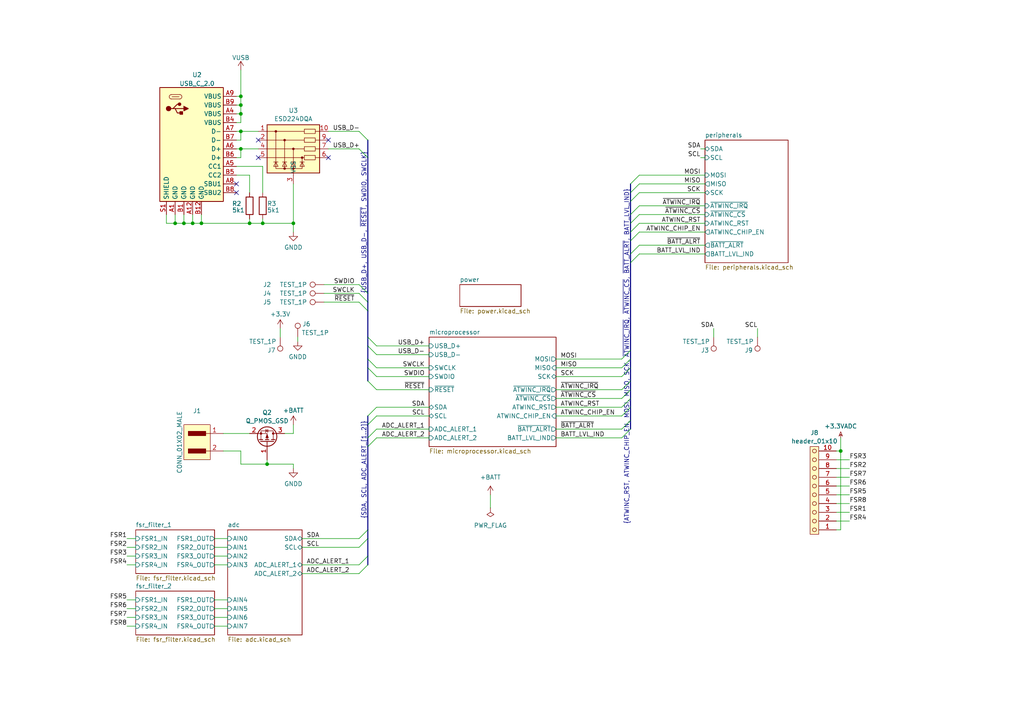
<source format=kicad_sch>
(kicad_sch (version 20231120) (generator "eeschema") (generator_version "8.0")
  (paper "A4")
  (lib_symbols
    (symbol "0.power-symbols:+3.3V" (power) (pin_names (offset 0))
      (property "Value" "+3.3V" (at 0 3.556 0))
      (symbol "+3.3V_0_1"
        (polyline (pts (xy -0.762 1.27) (xy 0 2.54)))
        (polyline (pts (xy 0 0) (xy 0 2.54)))
        (polyline (pts (xy 0 2.54) (xy 0.762 1.27)))
      )
      (symbol "+3.3V_1_1"
        (pin power_in line (at 0 0 90) (length 0) hide (name "+3V3") (number "1"))
      )
    )
    (symbol "0.power-symbols:+3.3VADC" (power) (pin_names (offset 0))
      (property "Value" "+3.3VADC" (at 0 2.54 0))
      (symbol "+3.3VADC_0_0"
        (pin power_in line (at 0 0 90) (length 0) hide (name "+3.3VADC") (number "1"))
      )
      (symbol "+3.3VADC_0_1"
        (polyline (pts (xy 0 0) (xy 0 1.016) (xy 0 1.016)))
        (polyline (pts (xy 0 1.016) (xy 0.508 0.508) (xy 0 1.778) (xy -0.508 0.508) (xy 0 1.016) (xy 0 1.016)))
      )
    )
    (symbol "0.power-symbols:+BATT" (power) (pin_names (offset 0))
      (property "Value" "+BATT" (at 0 3.556 0))
      (symbol "+BATT_0_1"
        (polyline (pts (xy -0.762 1.27) (xy 0 2.54)))
        (polyline (pts (xy 0 0) (xy 0 2.54)))
        (polyline (pts (xy 0 2.54) (xy 0.762 1.27)))
      )
      (symbol "+BATT_1_1"
        (pin power_in line (at 0 0 90) (length 0) hide (name "+BATT") (number "1"))
      )
    )
    (symbol "0.power-symbols:GNDD" (power) (pin_names (offset 0))
      (property "Value" "GNDD" (at 0 -3.81 0))
      (symbol "GNDD_0_1"
        (polyline (pts (xy 0 0) (xy 0 -1.27) (xy 1.27 -1.27) (xy 0 -2.54) (xy -1.27 -1.27) (xy 0 -1.27)))
      )
      (symbol "GNDD_1_1"
        (pin power_in line (at 0 0 270) (length 0) hide (name "GNDD") (number "1"))
      )
    )
    (symbol "0.power-symbols:PWR_FLAG" (power) (pin_numbers hide) (pin_names (offset 0) hide)
      (property "Value" "PWR_FLAG" (at 0 3.81 0))
      (symbol "PWR_FLAG_0_0"
        (pin power_out line (at 0 0 90) (length 0) (name "pwr") (number "1"))
      )
      (symbol "PWR_FLAG_0_1"
        (polyline (pts (xy 0 0) (xy 0 1.27) (xy -1.016 1.905) (xy 0 2.54) (xy 1.016 1.905) (xy 0 1.27)))
      )
    )
    (symbol "0.power-symbols:VUSB" (power) (pin_names (offset 0))
      (property "Value" "VUSB" (at 0 3.556 0))
      (symbol "VUSB_0_1"
        (polyline (pts (xy -0.762 1.27) (xy 0 2.54)))
        (polyline (pts (xy 0 0) (xy 0 2.54)))
        (polyline (pts (xy 0 2.54) (xy 0.762 1.27)))
      )
      (symbol "VUSB_1_1"
        (pin power_in line (at 0 0 90) (length 0) hide (name "VUSB") (number "1"))
      )
    )
    (symbol "1.semi.discrete:Q_PMOS_GSD" (pin_names (offset 0) hide)
      (property "Reference" "Q" (at 5.08 1.27 0))
      (property "Value" "Q_PMOS_GSD" (at 5.08 -1.27 0))
      (symbol "Q_PMOS_GSD_0_1"
        (polyline (pts (xy 0.0508 0) (xy 0.254 0)))
        (polyline (pts (xy 0.762 -1.778) (xy 2.54 -1.778)))
        (polyline (pts (xy 0.762 -1.27) (xy 0.762 -2.286)) (stroke (width 0.254)))
        (polyline (pts (xy 0.762 0) (xy 2.54 0)))
        (polyline (pts (xy 0.762 0.508) (xy 0.762 -0.508)) (stroke (width 0.254)))
        (polyline (pts (xy 0.762 1.778) (xy 2.54 1.778)))
        (polyline (pts (xy 0.762 2.286) (xy 0.762 1.27)) (stroke (width 0.254)))
        (polyline (pts (xy 2.54 -1.778) (xy 2.54 -2.54)))
        (polyline (pts (xy 2.54 -1.778) (xy 2.54 0)))
        (polyline (pts (xy 2.54 2.54) (xy 2.54 1.778)))
        (polyline (pts (xy 0.254 1.905) (xy 0.254 -1.905) (xy 0.254 -1.905)) (stroke (width 0.254)))
        (polyline (pts (xy 2.286 0) (xy 1.27 -0.381) (xy 1.27 0.381) (xy 2.286 0)) (fill (type outline)))
        (polyline (pts (xy 2.54 -1.778) (xy 3.302 -1.778) (xy 3.302 1.778) (xy 2.54 1.778)))
        (polyline (pts (xy 2.794 -0.508) (xy 2.921 -0.381) (xy 3.683 -0.381) (xy 3.81 -0.254)))
        (polyline (pts (xy 3.302 -0.381) (xy 2.921 0.254) (xy 3.683 0.254) (xy 3.302 -0.381)))
        (circle (center 1.651 0) (radius 2.8194) (stroke (width 0.254)))
        (circle (center 2.54 -1.778) (radius 0.2794) (fill (type outline)))
        (circle (center 2.54 1.778) (radius 0.2794) (fill (type outline)))
      )
      (symbol "Q_PMOS_GSD_1_1"
        (pin input line (at -5.08 0 0) (length 5.08) (name "G") (number "1"))
        (pin passive line (at 2.54 -5.08 90) (length 2.54) (name "S") (number "2"))
        (pin passive line (at 2.54 5.08 270) (length 2.54) (name "D") (number "3"))
      )
    )
    (symbol "2.passive:R" (pin_numbers hide) (pin_names (offset 0))
      (property "Reference" "R" (at 2.032 0 90))
      (property "Value" "R" (at 0 0 90))
      (symbol "R_0_1"
        (rectangle (start -1.016 -2.54) (end 1.016 2.54) (stroke (width 0.254)))
      )
      (symbol "R_1_1"
        (pin passive line (at 0 3.81 270) (length 1.27) (name "~") (number "1"))
        (pin passive line (at 0 -3.81 90) (length 1.27) (name "~") (number "2"))
      )
    )
    (symbol "4.power.circuitProtection:ESD224DQA"
      (property "Reference" "U" (at 0 2.54 0))
      (property "Value" "ESD224DQA" (at 0 0 0))
      (symbol "ESD224DQA_0_0"
        (polyline (pts (xy -2.54 -13.335) (xy -2.54 -5.08)))
        (polyline (pts (xy 0 -7.62) (xy 0 -14.605)))
      )
      (symbol "ESD224DQA_0_1"
        (rectangle (start -7.62 -0.635) (end 7.62 -14.605) (stroke (width 0.254)) (fill (type background)))
        (circle (center -5.08 -2.54) (radius 0.2794) (fill (type outline)))
        (circle (center -2.54 -13.335) (radius 0.2794) (fill (type outline)))
        (circle (center -2.54 -5.08) (radius 0.2794) (fill (type outline)))
        (circle (center 0 -13.335) (radius 0.2794) (fill (type outline)))
        (circle (center 0 -7.62) (radius 0.2794) (fill (type outline)))
        (polyline (pts (xy -7.62 -10.16) (xy 3.175 -10.16)))
        (polyline (pts (xy -7.62 -7.62) (xy 1.27 -7.62)))
        (polyline (pts (xy -7.62 -5.08) (xy -5.08 -5.08)))
        (polyline (pts (xy -7.62 -2.54) (xy -7.62 -2.54)))
        (polyline (pts (xy -4.445 -11.43) (xy -5.715 -11.43)))
        (polyline (pts (xy -1.905 -11.43) (xy -3.175 -11.43)))
        (polyline (pts (xy 0 -14.605) (xy 0 -15.24)))
        (polyline (pts (xy 0.635 -11.43) (xy -0.635 -11.43)))
        (polyline (pts (xy 3.175 -11.43) (xy 1.905 -11.43)))
        (polyline (pts (xy 3.175 -7.62) (xy 1.27 -7.62)) (stroke (width 0.1524)))
        (polyline (pts (xy 3.175 -2.54) (xy -7.62 -2.54)) (stroke (width 0.1524)))
        (polyline (pts (xy 7.62 -10.16) (xy 6.35 -10.16)) (stroke (width 0.1524)))
        (polyline (pts (xy 7.62 -7.62) (xy 6.35 -7.62)) (stroke (width 0.1524)))
        (polyline (pts (xy 7.62 -5.08) (xy 6.35 -5.08)) (stroke (width 0.1524)))
        (polyline (pts (xy 7.62 -2.54) (xy 6.35 -2.54)) (stroke (width 0.1524)))
        (polyline (pts (xy -5.08 -2.54) (xy -5.08 -13.335) (xy 2.54 -13.335) (xy 2.54 -10.16)) (stroke (width 0.1524)))
        (polyline (pts (xy -4.445 -12.7) (xy -5.715 -12.7) (xy -5.08 -11.43) (xy -4.445 -12.7)))
        (polyline (pts (xy -1.905 -12.7) (xy -3.175 -12.7) (xy -2.54 -11.43) (xy -1.905 -12.7)))
        (polyline (pts (xy 0.635 -12.7) (xy -0.635 -12.7) (xy 0 -11.43) (xy 0.635 -12.7)))
        (polyline (pts (xy 3.175 -12.7) (xy 1.905 -12.7) (xy 2.54 -11.43) (xy 3.175 -12.7)))
        (polyline (pts (xy 3.175 -5.08) (xy 0 -5.08) (xy 0 -5.08) (xy -3.81 -5.08) (xy -3.81 -5.08) (xy -5.08 -5.08)) (stroke (width 0.1524)))
        (circle (center 2.54 -10.16) (radius 0.2794) (fill (type outline)))
        (rectangle (start 3.175 -9.525) (end 6.35 -10.795) (stroke (width 0.1524)))
        (rectangle (start 3.175 -6.985) (end 6.35 -8.255) (stroke (width 0.1524)))
        (rectangle (start 3.175 -4.445) (end 6.35 -5.715) (stroke (width 0.1524)))
        (rectangle (start 3.175 -1.905) (end 6.35 -3.175) (stroke (width 0.1524)))
      )
      (symbol "ESD224DQA_1_1"
        (pin passive line (at -10.16 -2.54 0) (length 2.54) (name "~") (number "1"))
        (pin passive line (at 10.16 -2.54 180) (length 2.54) (name "~") (number "10"))
        (pin passive line (at -10.16 -5.08 0) (length 2.54) (name "~") (number "2"))
        (pin power_in line (at 0 -17.78 90) (length 2.54) (name "VSS") (number "3"))
        (pin passive line (at -10.16 -7.62 0) (length 2.54) (name "~") (number "4"))
        (pin passive line (at -10.16 -10.16 0) (length 2.54) (name "~") (number "5"))
        (pin passive line (at 10.16 -10.16 180) (length 2.54) (name "~") (number "6"))
        (pin passive line (at 10.16 -7.62 180) (length 2.54) (name "~") (number "7"))
        (pin passive line (at 0 -17.78 90) (length 2.54) hide (name "VSS") (number "8"))
        (pin passive line (at 10.16 -5.08 180) (length 2.54) (name "~") (number "9"))
      )
    )
    (symbol "5.connector.interconnect.usb_dvi_hdmi:USB_C_2.0"
      (property "Reference" "U" (at 0 5.08 0))
      (property "Value" "USB_C_2.0" (at 0 2.54 0))
      (symbol "USB_C_2.0_0_1"
        (rectangle (start -10.795 0) (end 7.62 -33.02) (stroke (width 0.254)) (fill (type background)))
        (circle (center -8.255 -6.096) (radius 0.635) (stroke (width 0.254)) (fill (type outline)))
        (arc (start -7.493 -2.032) (mid -8.0701 -2.667) (end -7.493 -3.302))
        (circle (center -5.08 -4.826) (radius 0.381) (stroke (width 0.254)) (fill (type outline)))
        (arc (start -4.953 -3.302) (mid -4.3956 -2.667) (end -4.953 -2.032))
        (rectangle (start -4.191 -6.985) (end -4.953 -7.747) (stroke (width 0.254)) (fill (type outline)))
        (polyline (pts (xy -7.493 -3.302) (xy -4.953 -3.302)))
        (polyline (pts (xy -7.493 -2.032) (xy -4.953 -2.032)))
        (polyline (pts (xy -6.35 -6.096) (xy -3.81 -6.096)) (stroke (width 0.254)))
        (polyline (pts (xy -5.207 -2.667) (xy -7.239 -2.667)))
        (polyline (pts (xy -7.62 -6.096) (xy -6.985 -6.096) (xy -5.715 -4.826) (xy -5.08 -4.826)) (stroke (width 0.254)))
        (polyline (pts (xy -6.985 -6.096) (xy -6.35 -6.096) (xy -5.715 -7.366) (xy -4.445 -7.366)) (stroke (width 0.254)))
        (polyline (pts (xy -3.81 -5.461) (xy -3.81 -6.731) (xy -2.54 -6.096) (xy -3.81 -5.461)) (stroke (width 0.254)) (fill (type outline)))
      )
      (symbol "USB_C_2.0_1_1"
        (pin power_out line (at -6.35 -36.83 90) (length 3.81) (name "GND") (number "A1"))
        (pin passive line (at -1.27 -36.83 90) (length 3.81) (name "GND") (number "A12"))
        (pin passive line (at 11.43 -7.62 180) (length 3.81) (name "VBUS") (number "A4"))
        (pin passive line (at 11.43 -22.86 180) (length 3.81) (name "CC1") (number "A5"))
        (pin passive line (at 11.43 -17.78 180) (length 3.81) (name "D+") (number "A6"))
        (pin passive line (at 11.43 -12.7 180) (length 3.81) (name "D-") (number "A7"))
        (pin passive line (at 11.43 -27.94 180) (length 3.81) (name "SBU1") (number "A8"))
        (pin power_out line (at 11.43 -2.54 180) (length 3.81) (name "VBUS") (number "A9"))
        (pin passive line (at -3.81 -36.83 90) (length 3.81) (name "GND") (number "B1"))
        (pin passive line (at 1.27 -36.83 90) (length 3.81) (name "GND") (number "B12"))
        (pin passive line (at 11.43 -10.16 180) (length 3.81) (name "VBUS") (number "B4"))
        (pin passive line (at 11.43 -25.4 180) (length 3.81) (name "CC2") (number "B5"))
        (pin passive line (at 11.43 -20.32 180) (length 3.81) (name "D+") (number "B6"))
        (pin passive line (at 11.43 -15.24 180) (length 3.81) (name "D-") (number "B7"))
        (pin passive line (at 11.43 -30.48 180) (length 3.81) (name "SBU2") (number "B8"))
        (pin passive line (at 11.43 -5.08 180) (length 3.81) (name "VBUS") (number "B9"))
        (pin passive line (at -8.89 -36.83 90) (length 3.81) (name "SHIELD") (number "S1"))
      )
    )
    (symbol "5.connector.interconnect:CONN_01X02_MALE" (pin_names (offset 1.016) hide)
      (property "Reference" "J" (at 0 6.35 0))
      (property "Value" "CONN_01X02_MALE" (at 0 -6.35 0))
      (symbol "CONN_01X02_MALE_0_1"
        (rectangle (start -3.81 5.08) (end 3.81 -5.08) (fill (type background)))
        (rectangle (start -2.54 -1.905) (end 2.54 -3.175) (fill (type outline)))
        (rectangle (start -2.54 3.175) (end -2.54 3.175))
        (rectangle (start 2.54 3.175) (end -2.54 1.905) (fill (type outline)))
      )
      (symbol "CONN_01X02_MALE_1_1"
        (pin passive line (at 7.62 2.54 180) (length 5.08) (name "1") (number "1"))
        (pin passive line (at 7.62 -2.54 180) (length 5.08) (name "2") (number "2"))
      )
    )
    (symbol "5.connector.interconnect:TEST_1P" (pin_numbers hide) (pin_names (offset 0.762) hide)
      (property "Reference" "J" (at 0 6.858 0))
      (property "Value" "TEST_1P" (at 0 5.08 0))
      (symbol "TEST_1P_0_1"
        (circle (center 0 3.302) (radius 0.762))
      )
      (symbol "TEST_1P_1_1"
        (pin passive line (at 0 0 90) (length 2.54) (name "1") (number "1"))
      )
    )
    (symbol "5.connector.interconnect:header_01x10" (pin_names (offset 1.016))
      (property "Reference" "J" (at 0 13.97 0))
      (property "Value" "header_01x10" (at 0 -13.97 0))
      (symbol "header_01x10_0_1"
        (rectangle (start -1.27 12.7) (end 1.27 -12.7) (fill (type background)))
        (circle (center 0 -11.43) (radius 0.5588))
        (circle (center 0 -8.89) (radius 0.5588))
        (circle (center 0 -6.35) (radius 0.5588))
        (circle (center 0 -3.81) (radius 0.5588))
        (circle (center 0 -1.27) (radius 0.5588))
        (circle (center 0 1.27) (radius 0.5588))
        (circle (center 0 3.81) (radius 0.5588))
        (circle (center 0 6.35) (radius 0.5588))
        (circle (center 0 8.89) (radius 0.5588))
        (circle (center 0 11.43) (radius 0.5588))
      )
      (symbol "header_01x10_1_1"
        (pin passive line (at -6.35 11.43 0) (length 5.08) (name "~") (number "1"))
        (pin passive line (at -6.35 -11.43 0) (length 5.08) (name "~") (number "10"))
        (pin passive line (at -6.35 8.89 0) (length 5.08) (name "~") (number "2"))
        (pin passive line (at -6.35 6.35 0) (length 5.08) (name "~") (number "3"))
        (pin passive line (at -6.35 3.81 0) (length 5.08) (name "~") (number "4"))
        (pin passive line (at -6.35 1.27 0) (length 5.08) (name "~") (number "5"))
        (pin passive line (at -6.35 -1.27 0) (length 5.08) (name "~") (number "6"))
        (pin passive line (at -6.35 -3.81 0) (length 5.08) (name "~") (number "7"))
        (pin passive line (at -6.35 -6.35 0) (length 5.08) (name "~") (number "8"))
        (pin passive line (at -6.35 -8.89 0) (length 5.08) (name "~") (number "9"))
      )
    )
  )
  (junction (at 53.34 64.77))
  (junction (at 69.85 27.94))
  (junction (at 58.42 64.77))
  (junction (at 72.39 64.77))
  (junction (at 69.85 43.18))
  (junction (at 85.09 64.77))
  (junction (at 50.8 64.77))
  (junction (at 69.85 30.48))
  (junction (at 243.84 130.81))
  (junction (at 76.2 64.77))
  (junction (at 69.85 33.02))
  (junction (at 55.88 64.77))
  (junction (at 69.85 38.1))
  (junction (at 77.47 134.62))
  (no_connect (at 68.58 55.88))
  (no_connect (at 95.25 45.72))
  (no_connect (at 74.93 45.72))
  (no_connect (at 68.58 53.34))
  (no_connect (at 95.25 40.64))
  (no_connect (at 74.93 40.64))
  (bus_entry (at 106.68 85.09) (size -2.54 -2.54))
  (bus_entry (at 185.42 67.31) (size -2.54 2.54))
  (bus_entry (at 180.34 109.22) (size 2.54 -2.54))
  (bus_entry (at 180.34 104.14) (size 2.54 -2.54))
  (bus_entry (at 106.68 40.64) (size -2.54 -2.54))
  (bus_entry (at 109.22 102.87) (size -2.54 -2.54))
  (bus_entry (at 185.42 53.34) (size -2.54 2.54))
  (bus_entry (at 109.22 124.46) (size -2.54 2.54))
  (bus_entry (at 104.14 158.75) (size 2.54 -2.54))
  (bus_entry (at 180.34 106.68) (size 2.54 -2.54))
  (bus_entry (at 180.34 120.65) (size 2.54 -2.54))
  (bus_entry (at 104.14 156.21) (size 2.54 -2.54))
  (bus_entry (at 109.22 100.33) (size -2.54 -2.54))
  (bus_entry (at 109.22 113.03) (size -2.54 -2.54))
  (bus_entry (at 185.42 62.23) (size -2.54 2.54))
  (bus_entry (at 180.34 113.03) (size 2.54 -2.54))
  (bus_entry (at 185.42 64.77) (size -2.54 2.54))
  (bus_entry (at 109.22 127) (size -2.54 2.54))
  (bus_entry (at 180.34 124.46) (size 2.54 -2.54))
  (bus_entry (at 104.14 166.37) (size 2.54 -2.54))
  (bus_entry (at 106.68 45.72) (size -2.54 -2.54))
  (bus_entry (at 180.34 127) (size 2.54 -2.54))
  (bus_entry (at 104.14 163.83) (size 2.54 -2.54))
  (bus_entry (at 185.42 50.8) (size -2.54 2.54))
  (bus_entry (at 109.22 109.22) (size -2.54 -2.54))
  (bus_entry (at 180.34 115.57) (size 2.54 -2.54))
  (bus_entry (at 109.22 120.65) (size -2.54 2.54))
  (bus_entry (at 109.22 106.68) (size -2.54 -2.54))
  (bus_entry (at 180.34 118.11) (size 2.54 -2.54))
  (bus_entry (at 185.42 73.66) (size -2.54 2.54))
  (bus_entry (at 109.22 118.11) (size -2.54 2.54))
  (bus_entry (at 185.42 55.88) (size -2.54 2.54))
  (bus_entry (at 185.42 59.69) (size -2.54 2.54))
  (bus_entry (at 106.68 87.63) (size -2.54 -2.54))
  (bus_entry (at 185.42 71.12) (size -2.54 2.54))
  (bus_entry (at 106.68 90.17) (size -2.54 -2.54))
  (wire (pts (xy 69.85 30.48) (xy 69.85 33.02)))
  (wire (pts (xy 36.83 173.99) (xy 39.37 173.99)))
  (wire (pts (xy 68.58 33.02) (xy 69.85 33.02)))
  (wire (pts (xy 62.23 181.61) (xy 66.04 181.61)))
  (wire (pts (xy 185.42 62.23) (xy 204.47 62.23)))
  (wire (pts (xy 185.42 50.8) (xy 204.47 50.8)))
  (wire (pts (xy 62.23 173.99) (xy 66.04 173.99)))
  (wire (pts (xy 242.57 138.43) (xy 246.38 138.43)))
  (wire (pts (xy 161.29 104.14) (xy 180.34 104.14)))
  (wire (pts (xy 242.57 146.05) (xy 246.38 146.05)))
  (wire (pts (xy 161.29 115.57) (xy 180.34 115.57)))
  (wire (pts (xy 62.23 161.29) (xy 66.04 161.29)))
  (wire (pts (xy 87.63 166.37) (xy 104.14 166.37)))
  (wire (pts (xy 55.88 64.77) (xy 58.42 64.77)))
  (wire (pts (xy 161.29 127) (xy 180.34 127)))
  (wire (pts (xy 242.57 133.35) (xy 246.38 133.35)))
  (bus (pts (xy 182.88 69.85) (xy 182.88 73.66)))
  (bus (pts (xy 106.68 100.33) (xy 106.68 104.14)))
  (wire (pts (xy 62.23 179.07) (xy 66.04 179.07)))
  (bus (pts (xy 106.68 129.54) (xy 106.68 153.67)))
  (wire (pts (xy 76.2 63.5) (xy 76.2 64.77)))
  (bus (pts (xy 106.68 104.14) (xy 106.68 106.68)))
  (bus (pts (xy 182.88 76.2) (xy 182.88 101.6)))
  (wire (pts (xy 185.42 71.12) (xy 204.47 71.12)))
  (wire (pts (xy 36.83 181.61) (xy 39.37 181.61)))
  (wire (pts (xy 53.34 64.77) (xy 55.88 64.77)))
  (wire (pts (xy 48.26 62.23) (xy 48.26 64.77)))
  (bus (pts (xy 182.88 101.6) (xy 182.88 104.14)))
  (wire (pts (xy 203.2 43.18) (xy 204.47 43.18)))
  (bus (pts (xy 106.68 106.68) (xy 106.68 110.49)))
  (wire (pts (xy 185.42 53.34) (xy 204.47 53.34)))
  (bus (pts (xy 182.88 110.49) (xy 182.88 113.03)))
  (wire (pts (xy 93.98 87.63) (xy 104.14 87.63)))
  (bus (pts (xy 106.68 45.72) (xy 106.68 85.09)))
  (wire (pts (xy 109.22 100.33) (xy 124.46 100.33)))
  (wire (pts (xy 85.09 64.77) (xy 85.09 67.31)))
  (wire (pts (xy 185.42 64.77) (xy 204.47 64.77)))
  (wire (pts (xy 76.2 55.88) (xy 76.2 48.26)))
  (wire (pts (xy 87.63 158.75) (xy 104.14 158.75)))
  (wire (pts (xy 55.88 62.23) (xy 55.88 64.77)))
  (wire (pts (xy 68.58 50.8) (xy 72.39 50.8)))
  (wire (pts (xy 50.8 62.23) (xy 50.8 64.77)))
  (wire (pts (xy 64.77 125.73) (xy 72.39 125.73)))
  (wire (pts (xy 243.84 130.81) (xy 243.84 127)))
  (wire (pts (xy 242.57 143.51) (xy 246.38 143.51)))
  (wire (pts (xy 242.57 153.67) (xy 243.84 153.67)))
  (wire (pts (xy 109.22 113.03) (xy 124.46 113.03)))
  (bus (pts (xy 182.88 113.03) (xy 182.88 115.57)))
  (wire (pts (xy 242.57 140.97) (xy 246.38 140.97)))
  (wire (pts (xy 76.2 64.77) (xy 85.09 64.77)))
  (wire (pts (xy 69.85 40.64) (xy 69.85 38.1)))
  (bus (pts (xy 106.68 40.64) (xy 106.68 45.72)))
  (wire (pts (xy 68.58 48.26) (xy 76.2 48.26)))
  (wire (pts (xy 207.01 95.25) (xy 207.01 97.79)))
  (wire (pts (xy 185.42 59.69) (xy 204.47 59.69)))
  (bus (pts (xy 182.88 106.68) (xy 182.88 110.49)))
  (wire (pts (xy 93.98 82.55) (xy 104.14 82.55)))
  (wire (pts (xy 72.39 64.77) (xy 76.2 64.77)))
  (wire (pts (xy 72.39 63.5) (xy 72.39 64.77)))
  (wire (pts (xy 72.39 55.88) (xy 72.39 50.8)))
  (wire (pts (xy 69.85 134.62) (xy 69.85 130.81)))
  (bus (pts (xy 106.68 87.63) (xy 106.68 90.17)))
  (wire (pts (xy 109.22 118.11) (xy 124.46 118.11)))
  (wire (pts (xy 36.83 161.29) (xy 39.37 161.29)))
  (wire (pts (xy 69.85 134.62) (xy 77.47 134.62)))
  (wire (pts (xy 185.42 73.66) (xy 204.47 73.66)))
  (wire (pts (xy 85.09 53.34) (xy 85.09 64.77)))
  (wire (pts (xy 85.09 135.89) (xy 85.09 134.62)))
  (wire (pts (xy 62.23 176.53) (xy 66.04 176.53)))
  (wire (pts (xy 68.58 45.72) (xy 69.85 45.72)))
  (wire (pts (xy 242.57 130.81) (xy 243.84 130.81)))
  (bus (pts (xy 182.88 118.11) (xy 182.88 121.92)))
  (wire (pts (xy 69.85 45.72) (xy 69.85 43.18)))
  (wire (pts (xy 109.22 102.87) (xy 124.46 102.87)))
  (bus (pts (xy 106.68 161.29) (xy 106.68 163.83)))
  (wire (pts (xy 69.85 35.56) (xy 69.85 33.02)))
  (wire (pts (xy 242.57 135.89) (xy 246.38 135.89)))
  (wire (pts (xy 62.23 163.83) (xy 66.04 163.83)))
  (wire (pts (xy 242.57 148.59) (xy 246.38 148.59)))
  (wire (pts (xy 58.42 62.23) (xy 58.42 64.77)))
  (bus (pts (xy 106.68 123.19) (xy 106.68 120.65)))
  (wire (pts (xy 93.98 85.09) (xy 104.14 85.09)))
  (wire (pts (xy 68.58 27.94) (xy 69.85 27.94)))
  (bus (pts (xy 182.88 121.92) (xy 182.88 124.46)))
  (bus (pts (xy 106.68 85.09) (xy 106.68 87.63)))
  (wire (pts (xy 109.22 127) (xy 124.46 127)))
  (wire (pts (xy 185.42 55.88) (xy 204.47 55.88)))
  (wire (pts (xy 87.63 163.83) (xy 104.14 163.83)))
  (wire (pts (xy 36.83 176.53) (xy 39.37 176.53)))
  (wire (pts (xy 36.83 158.75) (xy 39.37 158.75)))
  (wire (pts (xy 77.47 134.62) (xy 77.47 133.35)))
  (wire (pts (xy 69.85 20.32) (xy 69.85 27.94)))
  (wire (pts (xy 36.83 179.07) (xy 39.37 179.07)))
  (wire (pts (xy 242.57 151.13) (xy 246.38 151.13)))
  (wire (pts (xy 53.34 62.23) (xy 53.34 64.77)))
  (bus (pts (xy 106.68 127) (xy 106.68 129.54)))
  (bus (pts (xy 106.68 156.21) (xy 106.68 161.29)))
  (wire (pts (xy 81.28 95.25) (xy 81.28 97.79)))
  (wire (pts (xy 85.09 134.62) (xy 77.47 134.62)))
  (wire (pts (xy 58.42 64.77) (xy 72.39 64.77)))
  (bus (pts (xy 106.68 153.67) (xy 106.68 156.21)))
  (wire (pts (xy 161.29 120.65) (xy 180.34 120.65)))
  (wire (pts (xy 185.42 67.31) (xy 204.47 67.31)))
  (bus (pts (xy 182.88 58.42) (xy 182.88 55.88)))
  (wire (pts (xy 219.71 95.25) (xy 219.71 97.79)))
  (wire (pts (xy 36.83 163.83) (xy 39.37 163.83)))
  (wire (pts (xy 68.58 35.56) (xy 69.85 35.56)))
  (bus (pts (xy 182.88 62.23) (xy 182.88 58.42)))
  (bus (pts (xy 182.88 67.31) (xy 182.88 69.85)))
  (wire (pts (xy 62.23 156.21) (xy 66.04 156.21)))
  (wire (pts (xy 50.8 64.77) (xy 53.34 64.77)))
  (wire (pts (xy 109.22 120.65) (xy 124.46 120.65)))
  (wire (pts (xy 109.22 124.46) (xy 124.46 124.46)))
  (wire (pts (xy 68.58 30.48) (xy 69.85 30.48)))
  (wire (pts (xy 68.58 40.64) (xy 69.85 40.64)))
  (wire (pts (xy 109.22 109.22) (xy 124.46 109.22)))
  (wire (pts (xy 69.85 38.1) (xy 74.93 38.1)))
  (wire (pts (xy 95.25 43.18) (xy 104.14 43.18)))
  (wire (pts (xy 87.63 156.21) (xy 104.14 156.21)))
  (bus (pts (xy 182.88 64.77) (xy 182.88 62.23)))
  (wire (pts (xy 243.84 130.81) (xy 243.84 153.67)))
  (wire (pts (xy 142.24 143.51) (xy 142.24 147.32)))
  (wire (pts (xy 69.85 130.81) (xy 64.77 130.81)))
  (wire (pts (xy 161.29 113.03) (xy 180.34 113.03)))
  (wire (pts (xy 36.83 156.21) (xy 39.37 156.21)))
  (bus (pts (xy 106.68 127) (xy 106.68 123.19)))
  (wire (pts (xy 161.29 109.22) (xy 180.34 109.22)))
  (wire (pts (xy 86.36 97.79) (xy 86.36 99.06)))
  (wire (pts (xy 68.58 43.18) (xy 69.85 43.18)))
  (wire (pts (xy 82.55 125.73) (xy 85.09 125.73)))
  (wire (pts (xy 203.2 45.72) (xy 204.47 45.72)))
  (wire (pts (xy 69.85 43.18) (xy 74.93 43.18)))
  (wire (pts (xy 68.58 38.1) (xy 69.85 38.1)))
  (wire (pts (xy 69.85 27.94) (xy 69.85 30.48)))
  (bus (pts (xy 182.88 73.66) (xy 182.88 76.2)))
  (wire (pts (xy 48.26 64.77) (xy 50.8 64.77)))
  (wire (pts (xy 62.23 158.75) (xy 66.04 158.75)))
  (bus (pts (xy 106.68 97.79) (xy 106.68 100.33)))
  (wire (pts (xy 109.22 106.68) (xy 124.46 106.68)))
  (wire (pts (xy 95.25 38.1) (xy 104.14 38.1)))
  (bus (pts (xy 182.88 64.77) (xy 182.88 67.31)))
  (wire (pts (xy 161.29 106.68) (xy 180.34 106.68)))
  (bus (pts (xy 182.88 55.88) (xy 182.88 53.34)))
  (bus (pts (xy 182.88 115.57) (xy 182.88 118.11)))
  (wire (pts (xy 161.29 124.46) (xy 180.34 124.46)))
  (wire (pts (xy 85.09 125.73) (xy 85.09 123.19)))
  (wire (pts (xy 161.29 118.11) (xy 180.34 118.11)))
  (bus (pts (xy 182.88 104.14) (xy 182.88 106.68)))
  (bus (pts (xy 106.68 90.17) (xy 106.68 97.79)))
  (label "~{BATT_ALRT}" (at 162.56 124.46 0))
  (label "~{BATT_ALRT}" (at 203.2 71.12 180))
  (label "FSR8" (at 246.38 146.05 0))
  (label "SCK" (at 203.2 55.88 180))
  (label "MISO" (at 162.56 106.68 0))
  (label "FSR2" (at 246.38 135.89 0))
  (label "SWCLK" (at 102.87 85.09 180))
  (label "FSR7" (at 36.83 179.07 180))
  (label "FSR1" (at 246.38 148.59 0))
  (label "{USB_D+, USB_D-, ~{RESET}, SWDIO, SWCLK}" (at 106.68 85.09 90))
  (label "BATT_LVL_IND" (at 203.2 73.66 180))
  (label "SDA" (at 203.2 43.18 180))
  (label "FSR6" (at 36.83 176.53 180))
  (label "~{ATWINC_IRQ}" (at 203.2 59.69 180))
  (label "ATWINC_RST" (at 203.2 64.77 180))
  (label "SDA" (at 123.19 118.11 180))
  (label "USB_D-" (at 96.52 38.1 0))
  (label "SWDIO" (at 102.87 82.55 180))
  (label "FSR5" (at 36.83 173.99 180))
  (label "ATWINC_CHIP_EN" (at 203.2 67.31 180))
  (label "ATWINC_CHIP_EN" (at 162.56 120.65 0))
  (label "~{ATWINC_CS}" (at 203.2 62.23 180))
  (label "FSR2" (at 36.83 158.75 180))
  (label "~{ATWINC_IRQ}" (at 162.56 113.03 0))
  (label "ADC_ALERT_2" (at 88.9 166.37 0))
  (label "SCL" (at 123.19 120.65 180))
  (label "SCL" (at 88.9 158.75 0))
  (label "FSR3" (at 36.83 161.29 180))
  (label "FSR8" (at 36.83 181.61 180))
  (label "MISO" (at 203.2 53.34 180))
  (label "FSR3" (at 246.38 133.35 0))
  (label "SWDIO" (at 123.19 109.22 180))
  (label "{SDA, SCL, ADC_ALERT_[1..2]}" (at 106.68 121.92 270))
  (label "FSR1" (at 36.83 156.21 180))
  (label "USB_D+" (at 123.19 100.33 180))
  (label "ADC_ALERT_1" (at 88.9 163.83 0))
  (label "MOSI" (at 162.56 104.14 0))
  (label "SCL" (at 203.2 45.72 180))
  (label "ADC_ALERT_2" (at 123.19 127 180))
  (label "USB_D+" (at 96.52 43.18 0))
  (label "FSR7" (at 246.38 138.43 0))
  (label "SDA" (at 88.9 156.21 0))
  (label "{ATWINC_RST, ATWINC_CHIP_EN, MOSI, MISO, SCK, ~{ATWINC_IRQ}, ~{ATWINC_CS}, ~{BATT_ALRT}, BATT_LVL_IND}" (at 182.88 54.61 270))
  (label "~{RESET}" (at 123.19 113.03 180))
  (label "~{RESET}" (at 102.87 87.63 180))
  (label "SDA" (at 207.01 95.25 180))
  (label "FSR5" (at 246.38 143.51 0))
  (label "ADC_ALERT_1" (at 123.19 124.46 180))
  (label "~{ATWINC_CS}" (at 162.56 115.57 0))
  (label "FSR4" (at 246.38 151.13 0))
  (label "ATWINC_RST" (at 162.56 118.11 0))
  (label "FSR4" (at 36.83 163.83 180))
  (label "MOSI" (at 203.2 50.8 180))
  (label "SCK" (at 162.56 109.22 0))
  (label "FSR6" (at 246.38 140.97 0))
  (label "SCL" (at 219.71 95.25 180))
  (label "USB_D-" (at 123.19 102.87 180))
  (label "BATT_LVL_IND" (at 162.56 127 0))
  (label "SWCLK" (at 123.19 106.68 180))
  (symbol (lib_id "0.power-symbols:+3.3V") (at 81.28 95.25 0) (unit 1)
    (property "Reference" "#PWR075" (effects (hide yes)))
    (property "Value" "+3.3V" (at 81.28 91.1169 0))
  )
  (symbol (lib_id "0.power-symbols:+BATT") (at 142.24 143.51 0) (unit 1)
    (property "Reference" "#PWR072" (effects (hide yes)))
    (property "Value" "+BATT" (at 142.24 138.43 0))
  )
  (symbol (lib_id "5.connector.interconnect:TEST_1P") (at 219.71 97.79 180) (unit 1)
    (property "Reference" "J9" (at 217.17 101.6 0))
    (property "Value" "TEST_1P" (at 214.63 99.06 0))
    (property "Footprint" "0_misc:test_point_1.0mm_square" (effects (hide yes)))
    (property "Description" "point" (effects (hide yes)))
  )
  (symbol (lib_id "0.power-symbols:+BATT") (at 85.09 123.19 0) (unit 1)
    (property "Reference" "#PWR013" (effects (hide yes)))
    (property "Value" "+BATT" (at 85.09 119.0569 0))
  )
  (symbol (lib_id "0.power-symbols:GNDD") (at 86.36 99.06 0) (unit 1)
    (property "Reference" "#PWR028" (effects (hide yes)))
    (property "Value" "GNDD" (at 86.36 103.5034 0))
  )
  (symbol (lib_id "4.power.circuitProtection:ESD224DQA") (at 85.09 35.56 0) (unit 1)
    (property "Reference" "U3" (at 85.09 32.0505 0))
    (property "Value" "ESD224DQA" (at 85.09 34.4748 0))
    (property "Footprint" "1_Semi_QFN:Diodes_UDFN-10_1.0x2.5mm_P0.5mm" (effects (hide yes)))
    (property "PN" "3,9" (effects (hide yes)))
  )
  (symbol (lib_id "0.power-symbols:GNDD") (at 85.09 135.89 0) (unit 1)
    (property "Reference" "#PWR050" (effects (hide yes)))
    (property "Value" "GNDD" (at 85.09 140.3334 0))
  )
  (symbol (lib_id "5.connector.interconnect:TEST_1P") (at 81.28 97.79 180) (unit 1)
    (property "Reference" "J7" (at 78.74 101.6 0))
    (property "Value" "TEST_1P" (at 76.2 99.06 0))
    (property "Footprint" "0_misc:test_point_1.0mm_square" (effects (hide yes)))
    (property "Description" "point" (effects (hide yes)))
  )
  (symbol (lib_id "0.power-symbols:+3.3VADC") (at 243.84 127 0) (unit 1)
    (property "Reference" "#PWR053" (effects (hide yes)))
    (property "Value" "+3.3VADC" (at 243.84 123.6289 0))
  )
  (symbol (lib_id "5.connector.interconnect.usb_dvi_hdmi:USB_C_2.0") (at 57.15 25.4 0) (unit 1)
    (property "Reference" "U2" (at 57.15 21.7002 0))
    (property "Value" "USB_C_2.0" (at 57.15 24.2371 0))
    (property "Footprint" "5_Connectors_misc:USB_C_XKB_U262-16XN-4BVC11" (effects (hide yes)))
    (property "Datasheet" "https://www.cuidevices.com/product/resource/uj31-ch-3-smt-tr.pdf" (effects (hide yes)))
    (property "PN" "8,6" (effects (hide yes)))
  )
  (symbol (lib_id "5.connector.interconnect:TEST_1P") (at 93.98 82.55 90) (unit 1)
    (property "Reference" "J2" (at 77.47 82.55 90))
    (property "Value" "TEST_1P" (at 85.09 82.55 90))
    (property "Footprint" "0_misc:test_point_1.0mm_square" (effects (hide yes)))
    (property "Description" "point" (effects (hide yes)))
  )
  (symbol (lib_id "5.connector.interconnect:TEST_1P") (at 93.98 85.09 90) (unit 1)
    (property "Reference" "J4" (at 77.47 85.09 90))
    (property "Value" "TEST_1P" (at 85.09 85.09 90))
    (property "Footprint" "0_misc:test_point_1.0mm_square" (effects (hide yes)))
    (property "Description" "point" (effects (hide yes)))
  )
  (symbol (lib_id "0.power-symbols:PWR_FLAG") (at 142.24 147.32 180) (unit 1)
    (property "Reference" "#FLG02" (effects (hide yes)))
    (property "Value" "PWR_FLAG" (at 142.24 152.4 0))
  )
  (symbol (lib_id "5.connector.interconnect:TEST_1P") (at 207.01 97.79 180) (unit 1)
    (property "Reference" "J3" (at 204.47 101.6 0))
    (property "Value" "TEST_1P" (at 201.93 99.06 0))
    (property "Footprint" "0_misc:test_point_1.0mm_square" (effects (hide yes)))
    (property "Description" "point" (effects (hide yes)))
  )
  (symbol (lib_id "1.semi.discrete:Q_PMOS_GSD") (at 77.47 128.27 270) (mirror x) (unit 1)
    (property "Reference" "Q2" (at 77.47 119.6551 90))
    (property "Value" "Q_PMOS_GSD" (at 77.47 122.0794 90))
    (property "Footprint" "1_Semi_TO_SOT:SOT-23" (effects (hide yes)))
    (property "Description" "P-MOSFET transistor, gate/source/drain" (effects (hide yes)))
    (property "PN" "10,7" (effects (hide yes)))
  )
  (symbol (lib_id "2.passive:R") (at 76.2 59.69 0) (unit 1)
    (property "Reference" "R3" (at 77.47 59.055 0) (effects (justify left)))
    (property "Value" "5k1" (at 77.47 60.96 0) (effects (justify left)))
    (property "Footprint" "2_Passives_Resistors_SMD_IPC:R_1608_603_B" (effects (hide yes)))
    (property "PN" "1,11" (effects (hide yes)))
  )
  (symbol (lib_id "5.connector.interconnect:header_01x10") (at 236.22 142.24 180) (unit 1)
    (property "Reference" "J8" (at 236.22 125.5225 0))
    (property "Value" "header_01x10" (at 236.22 127.9468 0))
    (property "Footprint" "footprint:fsr_connector" (effects (hide yes)))
  )
  (symbol (lib_id "5.connector.interconnect:TEST_1P") (at 93.98 87.63 90) (unit 1)
    (property "Reference" "J5" (at 77.47 87.63 90))
    (property "Value" "TEST_1P" (at 85.09 87.63 90))
    (property "Footprint" "0_misc:test_point_1.0mm_square" (effects (hide yes)))
    (property "Description" "point" (effects (hide yes)))
  )
  (symbol (lib_id "2.passive:R") (at 72.39 59.69 180) (unit 1)
    (property "Reference" "R2" (at 67.31 59.055 0) (effects (justify right)))
    (property "Value" "5k1" (at 67.31 60.96 0) (effects (justify right)))
    (property "Footprint" "2_Passives_Resistors_SMD_IPC:R_1608_603_B" (effects (hide yes)))
    (property "PN" "1,11" (effects (hide yes)))
  )
  (symbol (lib_id "5.connector.interconnect:CONN_01X02_MALE") (at 57.15 128.27 0) (unit 1)
    (property "Reference" "J1" (at 57.15 119.1725 0))
    (property "Value" "CONN_01X02_MALE" (at 52.07 128.27 90))
    (property "Footprint" "5_Connectors_JST:JST_PH_S2B-PH-SM4-TB_1x02-1MP_P2.00mm_Horizontal" (effects (hide yes)))
    (property "PN" "8,7" (effects (hide yes)))
  )
  (symbol (lib_id "0.power-symbols:GNDD") (at 85.09 67.31 0) (unit 1)
    (property "Reference" "#PWR012" (effects (hide yes)))
    (property "Value" "GNDD" (at 85.09 71.7534 0))
  )
  (symbol (lib_id "5.connector.interconnect:TEST_1P") (at 86.36 97.79 0) (unit 1)
    (property "Reference" "J6" (at 88.9 93.98 0))
    (property "Value" "TEST_1P" (at 91.44 96.52 0))
    (property "Footprint" "0_misc:test_point_1.0mm_square" (effects (hide yes)))
    (property "Description" "point" (effects (hide yes)))
  )
  (symbol (lib_id "0.power-symbols:VUSB") (at 69.85 20.32 0) (unit 1)
    (property "Reference" "#PWR011" (effects (hide yes)))
    (property "Value" "VUSB" (at 69.85 16.7442 0))
  )
  (sheet (at 39.37 153.67) (size 22.86 12.7) (stroke (width 0.1524))
    (property "Sheetname" "fsr_filter_1" (at 39.37 152.9584 0) (effects (justify left bottom)))
    (property "Sheetfile" "fsr_filter.kicad_sch" (at 39.37 166.9546 0) (effects (justify left top)))
    (pin "FSR2_OUT" output (at 62.23 158.75 0))
    (pin "FSR1_OUT" output (at 62.23 156.21 0))
    (pin "FSR3_OUT" output (at 62.23 161.29 0))
    (pin "FSR4_OUT" output (at 62.23 163.83 0))
    (pin "FSR2_IN" input (at 39.37 158.75 180))
    (pin "FSR1_IN" input (at 39.37 156.21 180))
    (pin "FSR4_IN" input (at 39.37 163.83 180))
    (pin "FSR3_IN" input (at 39.37 161.29 180))
  )
  (sheet (at 133.35 82.55) (size 17.78 6.35) (stroke (width 0.1524))
    (property "Sheetname" "power" (at 133.35 81.8384 0) (effects (justify left bottom)))
    (property "Sheetfile" "power.kicad_sch" (at 133.35 89.4846 0) (effects (justify left top)))
  )
  (sheet (at 124.46 97.79) (size 36.83 31.75) (stroke (width 0.1524))
    (property "Sheetname" "microprocessor" (at 124.46 97.0784 0) (effects (justify left bottom)))
    (property "Sheetfile" "microprocessor.kicad_sch" (at 124.46 130.1246 0) (effects (justify left top)))
    (pin "SCL" bidirectional (at 124.46 120.65 180))
    (pin "SDA" bidirectional (at 124.46 118.11 180))
    (pin "USB_D-" input (at 124.46 102.87 180))
    (pin "SWCLK" input (at 124.46 106.68 180))
    (pin "SWDIO" input (at 124.46 109.22 180))
    (pin "USB_D+" input (at 124.46 100.33 180))
    (pin "ADC_ALERT_1" input (at 124.46 124.46 180))
    (pin "ADC_ALERT_2" input (at 124.46 127 180))
    (pin "~{RESET}" input (at 124.46 113.03 180))
    (pin "MISO" input (at 161.29 106.68 0))
    (pin "ATWINC_RST" output (at 161.29 118.11 0))
    (pin "MOSI" output (at 161.29 104.14 0))
    (pin "SCK" bidirectional (at 161.29 109.22 0))
    (pin "~{ATWINC_CS}" output (at 161.29 115.57 0))
    (pin "~{BATT_ALRT}" output (at 161.29 124.46 0))
    (pin "ATWINC_CHIP_EN" input (at 161.29 120.65 0))
    (pin "~{ATWINC_IRQ}" output (at 161.29 113.03 0))
    (pin "BATT_LVL_IND" output (at 161.29 127 0))
  )
  (sheet (at 39.37 171.45) (size 22.86 12.7) (stroke (width 0.1524))
    (property "Sheetname" "fsr_filter_2" (at 39.37 170.7384 0) (effects (justify left bottom)))
    (property "Sheetfile" "fsr_filter.kicad_sch" (at 39.37 184.7346 0) (effects (justify left top)))
    (pin "FSR2_OUT" output (at 62.23 176.53 0))
    (pin "FSR1_OUT" output (at 62.23 173.99 0))
    (pin "FSR3_OUT" output (at 62.23 179.07 0))
    (pin "FSR4_OUT" output (at 62.23 181.61 0))
    (pin "FSR2_IN" input (at 39.37 176.53 180))
    (pin "FSR1_IN" input (at 39.37 173.99 180))
    (pin "FSR4_IN" input (at 39.37 181.61 180))
    (pin "FSR3_IN" input (at 39.37 179.07 180))
  )
  (sheet (at 204.47 40.64) (size 24.13 35.56) (stroke (width 0.1524))
    (property "Sheetname" "peripherals" (at 204.47 39.9284 0) (effects (justify left bottom)))
    (property "Sheetfile" "peripherals.kicad_sch" (at 204.47 76.7846 0) (effects (justify left top)))
    (pin "ATWINC_CHIP_EN" output (at 204.47 67.31 180))
    (pin "SCK" bidirectional (at 204.47 55.88 180))
    (pin "MOSI" input (at 204.47 50.8 180))
    (pin "~{ATWINC_CS}" input (at 204.47 62.23 180))
    (pin "MISO" output (at 204.47 53.34 180))
    (pin "~{ATWINC_IRQ}" input (at 204.47 59.69 180))
    (pin "SDA" bidirectional (at 204.47 43.18 180))
    (pin "SCL" input (at 204.47 45.72 180))
    (pin "ATWINC_RST" input (at 204.47 64.77 180))
    (pin "~{BATT_ALRT}" output (at 204.47 71.12 180))
    (pin "BATT_LVL_IND" output (at 204.47 73.66 180))
  )
  (sheet (at 66.04 153.67) (size 21.59 30.48) (stroke (width 0.1524))
    (property "Sheetname" "adc" (at 66.04 152.9584 0) (effects (justify left bottom)))
    (property "Sheetfile" "adc.kicad_sch" (at 66.04 184.7346 0) (effects (justify left top)))
    (pin "AIN3" input (at 66.04 163.83 180))
    (pin "AIN2" input (at 66.04 161.29 180))
    (pin "AIN0" input (at 66.04 156.21 180))
    (pin "AIN1" input (at 66.04 158.75 180))
    (pin "SDA" bidirectional (at 87.63 156.21 0))
    (pin "SCL" bidirectional (at 87.63 158.75 0))
    (pin "AIN6" input (at 66.04 179.07 180))
    (pin "AIN7" input (at 66.04 181.61 180))
    (pin "AIN4" input (at 66.04 173.99 180))
    (pin "AIN5" input (at 66.04 176.53 180))
    (pin "ADC_ALERT_1" bidirectional (at 87.63 163.83 0))
    (pin "ADC_ALERT_2" bidirectional (at 87.63 166.37 0))
  )
)
</source>
